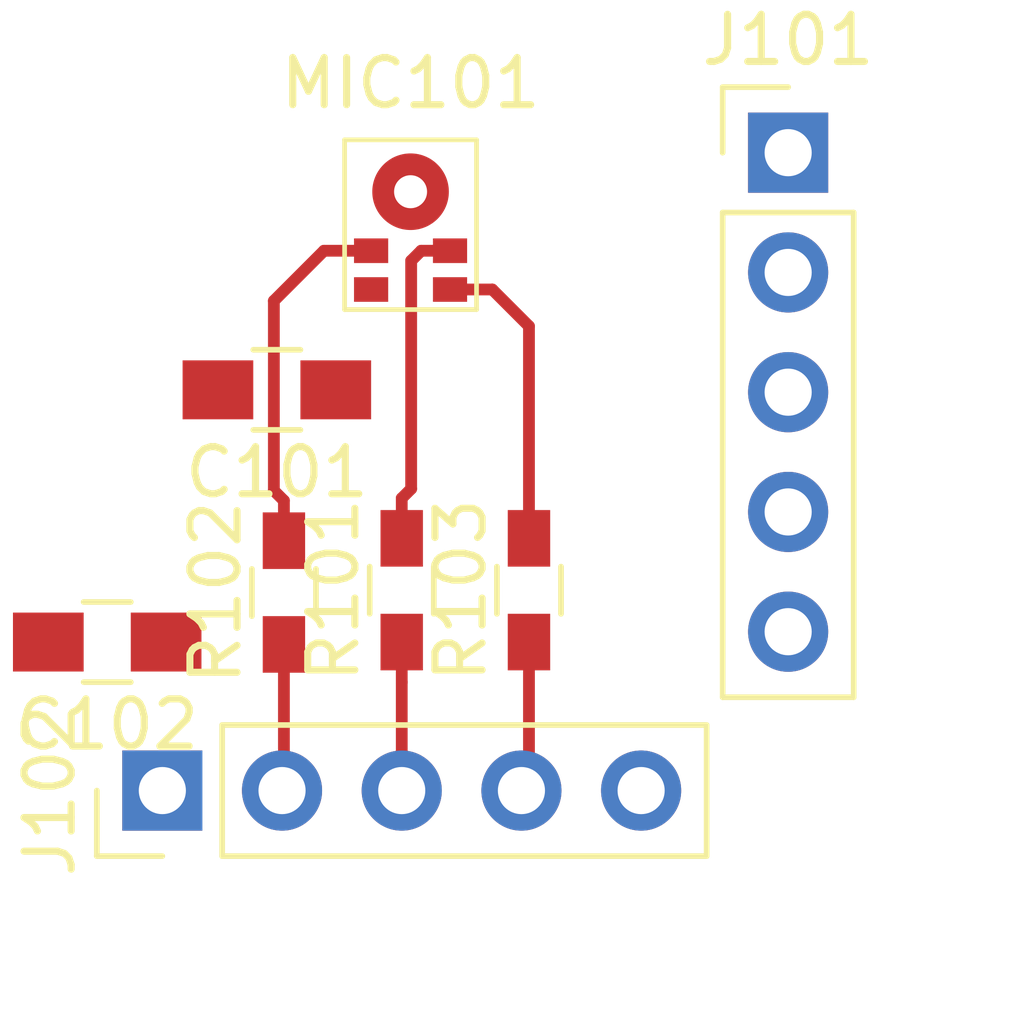
<source format=kicad_pcb>
(kicad_pcb (version 4) (host pcbnew 4.0.6)

  (general
    (links 17)
    (no_connects 17)
    (area 0 0 0 0)
    (thickness 1.6)
    (drawings 0)
    (tracks 19)
    (zones 0)
    (modules 8)
    (nets 9)
  )

  (page A4)
  (layers
    (0 F.Cu signal)
    (31 B.Cu signal)
    (32 B.Adhes user)
    (33 F.Adhes user)
    (34 B.Paste user)
    (35 F.Paste user)
    (36 B.SilkS user)
    (37 F.SilkS user)
    (38 B.Mask user)
    (39 F.Mask user)
    (40 Dwgs.User user)
    (41 Cmts.User user)
    (42 Eco1.User user)
    (43 Eco2.User user)
    (44 Edge.Cuts user)
    (45 Margin user)
    (46 B.CrtYd user)
    (47 F.CrtYd user)
    (48 B.Fab user)
    (49 F.Fab user)
  )

  (setup
    (last_trace_width 0.25)
    (trace_clearance 0.2)
    (zone_clearance 0.508)
    (zone_45_only no)
    (trace_min 0.2)
    (segment_width 0.2)
    (edge_width 0.15)
    (via_size 0.6)
    (via_drill 0.4)
    (via_min_size 0.4)
    (via_min_drill 0.3)
    (uvia_size 0.3)
    (uvia_drill 0.1)
    (uvias_allowed no)
    (uvia_min_size 0.2)
    (uvia_min_drill 0.1)
    (pcb_text_width 0.3)
    (pcb_text_size 1.5 1.5)
    (mod_edge_width 0.15)
    (mod_text_size 1 1)
    (mod_text_width 0.15)
    (pad_size 1.524 1.524)
    (pad_drill 0.762)
    (pad_to_mask_clearance 0.2)
    (aux_axis_origin 0 0)
    (visible_elements FFFFFF7F)
    (pcbplotparams
      (layerselection 0x00030_80000001)
      (usegerberextensions false)
      (excludeedgelayer true)
      (linewidth 0.100000)
      (plotframeref false)
      (viasonmask false)
      (mode 1)
      (useauxorigin false)
      (hpglpennumber 1)
      (hpglpenspeed 20)
      (hpglpendiameter 15)
      (hpglpenoverlay 2)
      (psnegative false)
      (psa4output false)
      (plotreference true)
      (plotvalue true)
      (plotinvisibletext false)
      (padsonsilk false)
      (subtractmaskfromsilk false)
      (outputformat 1)
      (mirror false)
      (drillshape 1)
      (scaleselection 1)
      (outputdirectory ""))
  )

  (net 0 "")
  (net 1 VCC)
  (net 2 GND)
  (net 3 "Net-(J102-Pad2)")
  (net 4 "Net-(J102-Pad3)")
  (net 5 "Net-(J102-Pad4)")
  (net 6 "Net-(MIC101-Pad1)")
  (net 7 "Net-(MIC101-Pad2)")
  (net 8 "Net-(MIC101-Pad4)")

  (net_class Default "Ceci est la Netclass par défaut"
    (clearance 0.2)
    (trace_width 0.25)
    (via_dia 0.6)
    (via_drill 0.4)
    (uvia_dia 0.3)
    (uvia_drill 0.1)
    (add_net GND)
    (add_net "Net-(J102-Pad2)")
    (add_net "Net-(J102-Pad3)")
    (add_net "Net-(J102-Pad4)")
    (add_net "Net-(MIC101-Pad1)")
    (add_net "Net-(MIC101-Pad2)")
    (add_net "Net-(MIC101-Pad4)")
    (add_net VCC)
  )

  (module Capacitors_SMD:C_0805_HandSoldering (layer F.Cu) (tedit 58AA84A8) (tstamp 5976EA09)
    (at 147.85 109.55 180)
    (descr "Capacitor SMD 0805, hand soldering")
    (tags "capacitor 0805")
    (path /596E73D6)
    (attr smd)
    (fp_text reference C101 (at 0 -1.75 180) (layer F.SilkS)
      (effects (font (size 1 1) (thickness 0.15)))
    )
    (fp_text value 1u (at 0 1.75 180) (layer F.Fab)
      (effects (font (size 1 1) (thickness 0.15)))
    )
    (fp_text user %R (at 0 -1.75 180) (layer F.Fab)
      (effects (font (size 1 1) (thickness 0.15)))
    )
    (fp_line (start -1 0.62) (end -1 -0.62) (layer F.Fab) (width 0.1))
    (fp_line (start 1 0.62) (end -1 0.62) (layer F.Fab) (width 0.1))
    (fp_line (start 1 -0.62) (end 1 0.62) (layer F.Fab) (width 0.1))
    (fp_line (start -1 -0.62) (end 1 -0.62) (layer F.Fab) (width 0.1))
    (fp_line (start 0.5 -0.85) (end -0.5 -0.85) (layer F.SilkS) (width 0.12))
    (fp_line (start -0.5 0.85) (end 0.5 0.85) (layer F.SilkS) (width 0.12))
    (fp_line (start -2.25 -0.88) (end 2.25 -0.88) (layer F.CrtYd) (width 0.05))
    (fp_line (start -2.25 -0.88) (end -2.25 0.87) (layer F.CrtYd) (width 0.05))
    (fp_line (start 2.25 0.87) (end 2.25 -0.88) (layer F.CrtYd) (width 0.05))
    (fp_line (start 2.25 0.87) (end -2.25 0.87) (layer F.CrtYd) (width 0.05))
    (pad 1 smd rect (at -1.25 0 180) (size 1.5 1.25) (layers F.Cu F.Paste F.Mask)
      (net 1 VCC))
    (pad 2 smd rect (at 1.25 0 180) (size 1.5 1.25) (layers F.Cu F.Paste F.Mask)
      (net 2 GND))
    (model Capacitors_SMD.3dshapes/C_0805.wrl
      (at (xyz 0 0 0))
      (scale (xyz 1 1 1))
      (rotate (xyz 0 0 0))
    )
  )

  (module Capacitors_SMD:C_0805_HandSoldering (layer F.Cu) (tedit 58AA84A8) (tstamp 5976EA1A)
    (at 144.25 114.9 180)
    (descr "Capacitor SMD 0805, hand soldering")
    (tags "capacitor 0805")
    (path /596E721D)
    (attr smd)
    (fp_text reference C102 (at 0 -1.75 180) (layer F.SilkS)
      (effects (font (size 1 1) (thickness 0.15)))
    )
    (fp_text value 100n (at 0 1.75 180) (layer F.Fab)
      (effects (font (size 1 1) (thickness 0.15)))
    )
    (fp_text user %R (at 0 -1.75 180) (layer F.Fab)
      (effects (font (size 1 1) (thickness 0.15)))
    )
    (fp_line (start -1 0.62) (end -1 -0.62) (layer F.Fab) (width 0.1))
    (fp_line (start 1 0.62) (end -1 0.62) (layer F.Fab) (width 0.1))
    (fp_line (start 1 -0.62) (end 1 0.62) (layer F.Fab) (width 0.1))
    (fp_line (start -1 -0.62) (end 1 -0.62) (layer F.Fab) (width 0.1))
    (fp_line (start 0.5 -0.85) (end -0.5 -0.85) (layer F.SilkS) (width 0.12))
    (fp_line (start -0.5 0.85) (end 0.5 0.85) (layer F.SilkS) (width 0.12))
    (fp_line (start -2.25 -0.88) (end 2.25 -0.88) (layer F.CrtYd) (width 0.05))
    (fp_line (start -2.25 -0.88) (end -2.25 0.87) (layer F.CrtYd) (width 0.05))
    (fp_line (start 2.25 0.87) (end 2.25 -0.88) (layer F.CrtYd) (width 0.05))
    (fp_line (start 2.25 0.87) (end -2.25 0.87) (layer F.CrtYd) (width 0.05))
    (pad 1 smd rect (at -1.25 0 180) (size 1.5 1.25) (layers F.Cu F.Paste F.Mask)
      (net 1 VCC))
    (pad 2 smd rect (at 1.25 0 180) (size 1.5 1.25) (layers F.Cu F.Paste F.Mask)
      (net 2 GND))
    (model Capacitors_SMD.3dshapes/C_0805.wrl
      (at (xyz 0 0 0))
      (scale (xyz 1 1 1))
      (rotate (xyz 0 0 0))
    )
  )

  (module Pin_Headers:Pin_Header_Straight_1x05_Pitch2.54mm (layer F.Cu) (tedit 5862ED52) (tstamp 5976EA31)
    (at 158.7 104.52)
    (descr "Through hole straight pin header, 1x05, 2.54mm pitch, single row")
    (tags "Through hole pin header THT 1x05 2.54mm single row")
    (path /596E789D)
    (fp_text reference J101 (at 0 -2.39) (layer F.SilkS)
      (effects (font (size 1 1) (thickness 0.15)))
    )
    (fp_text value CONN_01X05 (at 0 12.55) (layer F.Fab)
      (effects (font (size 1 1) (thickness 0.15)))
    )
    (fp_line (start -1.27 -1.27) (end -1.27 11.43) (layer F.Fab) (width 0.1))
    (fp_line (start -1.27 11.43) (end 1.27 11.43) (layer F.Fab) (width 0.1))
    (fp_line (start 1.27 11.43) (end 1.27 -1.27) (layer F.Fab) (width 0.1))
    (fp_line (start 1.27 -1.27) (end -1.27 -1.27) (layer F.Fab) (width 0.1))
    (fp_line (start -1.39 1.27) (end -1.39 11.55) (layer F.SilkS) (width 0.12))
    (fp_line (start -1.39 11.55) (end 1.39 11.55) (layer F.SilkS) (width 0.12))
    (fp_line (start 1.39 11.55) (end 1.39 1.27) (layer F.SilkS) (width 0.12))
    (fp_line (start 1.39 1.27) (end -1.39 1.27) (layer F.SilkS) (width 0.12))
    (fp_line (start -1.39 0) (end -1.39 -1.39) (layer F.SilkS) (width 0.12))
    (fp_line (start -1.39 -1.39) (end 0 -1.39) (layer F.SilkS) (width 0.12))
    (fp_line (start -1.6 -1.6) (end -1.6 11.7) (layer F.CrtYd) (width 0.05))
    (fp_line (start -1.6 11.7) (end 1.6 11.7) (layer F.CrtYd) (width 0.05))
    (fp_line (start 1.6 11.7) (end 1.6 -1.6) (layer F.CrtYd) (width 0.05))
    (fp_line (start 1.6 -1.6) (end -1.6 -1.6) (layer F.CrtYd) (width 0.05))
    (pad 1 thru_hole rect (at 0 0) (size 1.7 1.7) (drill 1) (layers *.Cu *.Mask)
      (net 2 GND))
    (pad 2 thru_hole oval (at 0 2.54) (size 1.7 1.7) (drill 1) (layers *.Cu *.Mask)
      (net 2 GND))
    (pad 3 thru_hole oval (at 0 5.08) (size 1.7 1.7) (drill 1) (layers *.Cu *.Mask)
      (net 2 GND))
    (pad 4 thru_hole oval (at 0 7.62) (size 1.7 1.7) (drill 1) (layers *.Cu *.Mask)
      (net 2 GND))
    (pad 5 thru_hole oval (at 0 10.16) (size 1.7 1.7) (drill 1) (layers *.Cu *.Mask)
      (net 2 GND))
    (model Pin_Headers.3dshapes/Pin_Header_Straight_1x05_Pitch2.54mm.wrl
      (at (xyz 0 -0.2 0))
      (scale (xyz 1 1 1))
      (rotate (xyz 0 0 90))
    )
  )

  (module Pin_Headers:Pin_Header_Straight_1x05_Pitch2.54mm (layer F.Cu) (tedit 5862ED52) (tstamp 5976EA48)
    (at 145.42 118.05 90)
    (descr "Through hole straight pin header, 1x05, 2.54mm pitch, single row")
    (tags "Through hole pin header THT 1x05 2.54mm single row")
    (path /596E757C)
    (fp_text reference J102 (at 0 -2.39 90) (layer F.SilkS)
      (effects (font (size 1 1) (thickness 0.15)))
    )
    (fp_text value CONN_01X05 (at 0 12.55 90) (layer F.Fab)
      (effects (font (size 1 1) (thickness 0.15)))
    )
    (fp_line (start -1.27 -1.27) (end -1.27 11.43) (layer F.Fab) (width 0.1))
    (fp_line (start -1.27 11.43) (end 1.27 11.43) (layer F.Fab) (width 0.1))
    (fp_line (start 1.27 11.43) (end 1.27 -1.27) (layer F.Fab) (width 0.1))
    (fp_line (start 1.27 -1.27) (end -1.27 -1.27) (layer F.Fab) (width 0.1))
    (fp_line (start -1.39 1.27) (end -1.39 11.55) (layer F.SilkS) (width 0.12))
    (fp_line (start -1.39 11.55) (end 1.39 11.55) (layer F.SilkS) (width 0.12))
    (fp_line (start 1.39 11.55) (end 1.39 1.27) (layer F.SilkS) (width 0.12))
    (fp_line (start 1.39 1.27) (end -1.39 1.27) (layer F.SilkS) (width 0.12))
    (fp_line (start -1.39 0) (end -1.39 -1.39) (layer F.SilkS) (width 0.12))
    (fp_line (start -1.39 -1.39) (end 0 -1.39) (layer F.SilkS) (width 0.12))
    (fp_line (start -1.6 -1.6) (end -1.6 11.7) (layer F.CrtYd) (width 0.05))
    (fp_line (start -1.6 11.7) (end 1.6 11.7) (layer F.CrtYd) (width 0.05))
    (fp_line (start 1.6 11.7) (end 1.6 -1.6) (layer F.CrtYd) (width 0.05))
    (fp_line (start 1.6 -1.6) (end -1.6 -1.6) (layer F.CrtYd) (width 0.05))
    (pad 1 thru_hole rect (at 0 0 90) (size 1.7 1.7) (drill 1) (layers *.Cu *.Mask)
      (net 1 VCC))
    (pad 2 thru_hole oval (at 0 2.54 90) (size 1.7 1.7) (drill 1) (layers *.Cu *.Mask)
      (net 3 "Net-(J102-Pad2)"))
    (pad 3 thru_hole oval (at 0 5.08 90) (size 1.7 1.7) (drill 1) (layers *.Cu *.Mask)
      (net 4 "Net-(J102-Pad3)"))
    (pad 4 thru_hole oval (at 0 7.62 90) (size 1.7 1.7) (drill 1) (layers *.Cu *.Mask)
      (net 5 "Net-(J102-Pad4)"))
    (pad 5 thru_hole oval (at 0 10.16 90) (size 1.7 1.7) (drill 1) (layers *.Cu *.Mask)
      (net 2 GND))
    (model Pin_Headers.3dshapes/Pin_Header_Straight_1x05_Pitch2.54mm.wrl
      (at (xyz 0 -0.2 0))
      (scale (xyz 1 1 1))
      (rotate (xyz 0 0 90))
    )
  )

  (module knowles:SPH0641LU4H-1 (layer F.Cu) (tedit 596E6F14) (tstamp 5976EA57)
    (at 150.6875 105.348 180)
    (path /596E710E)
    (fp_text reference MIC101 (at 0 2.3 180) (layer F.SilkS)
      (effects (font (size 1 1) (thickness 0.15)))
    )
    (fp_text value SPH0641LU4H-1 (at 0 -4 180) (layer F.Fab)
      (effects (font (size 1 1) (thickness 0.15)))
    )
    (fp_line (start 1.4 -2.5) (end -1.4 -2.5) (layer F.SilkS) (width 0.1))
    (fp_line (start 1.4 1.1) (end 1.4 -2.5) (layer F.SilkS) (width 0.1))
    (fp_line (start -1.4 1.1) (end 1.4 1.1) (layer F.SilkS) (width 0.1))
    (fp_line (start -1.4 -2.5) (end -1.4 1.1) (layer F.SilkS) (width 0.1))
    (fp_circle (center 0 0) (end 0.6625 0) (layer F.Mask) (width 0.2))
    (pad 3 smd circle (at 0 0 180) (size 1.625 1.625) (layers F.Cu)
      (net 2 GND))
    (pad "" np_thru_hole circle (at 0 0 180) (size 0.7 0.7) (drill 0.7) (layers *.Cu *.Mask))
    (pad 1 smd rect (at -0.8375 -2.074 180) (size 0.725 0.522) (layers F.Cu F.Paste F.Mask)
      (net 6 "Net-(MIC101-Pad1)"))
    (pad 2 smd rect (at -0.8375 -1.252 180) (size 0.725 0.522) (layers F.Cu F.Paste F.Mask)
      (net 7 "Net-(MIC101-Pad2)"))
    (pad 4 smd rect (at 0.8375 -1.252 180) (size 0.725 0.522) (layers F.Cu F.Paste F.Mask)
      (net 8 "Net-(MIC101-Pad4)"))
    (pad 5 smd rect (at 0.8375 -2.074 180) (size 0.725 0.522) (layers F.Cu F.Paste F.Mask)
      (net 1 VCC))
  )

  (module Resistors_SMD:R_0603_HandSoldering (layer F.Cu) (tedit 58AAD9E8) (tstamp 5976EA68)
    (at 150.5 113.8 90)
    (descr "Resistor SMD 0603, hand soldering")
    (tags "resistor 0603")
    (path /596E75C2)
    (attr smd)
    (fp_text reference R101 (at 0 -1.45 90) (layer F.SilkS)
      (effects (font (size 1 1) (thickness 0.15)))
    )
    (fp_text value R (at 0 1.55 90) (layer F.Fab)
      (effects (font (size 1 1) (thickness 0.15)))
    )
    (fp_text user %R (at 0 -1.45 90) (layer F.Fab)
      (effects (font (size 1 1) (thickness 0.15)))
    )
    (fp_line (start -0.8 0.4) (end -0.8 -0.4) (layer F.Fab) (width 0.1))
    (fp_line (start 0.8 0.4) (end -0.8 0.4) (layer F.Fab) (width 0.1))
    (fp_line (start 0.8 -0.4) (end 0.8 0.4) (layer F.Fab) (width 0.1))
    (fp_line (start -0.8 -0.4) (end 0.8 -0.4) (layer F.Fab) (width 0.1))
    (fp_line (start 0.5 0.68) (end -0.5 0.68) (layer F.SilkS) (width 0.12))
    (fp_line (start -0.5 -0.68) (end 0.5 -0.68) (layer F.SilkS) (width 0.12))
    (fp_line (start -1.96 -0.7) (end 1.95 -0.7) (layer F.CrtYd) (width 0.05))
    (fp_line (start -1.96 -0.7) (end -1.96 0.7) (layer F.CrtYd) (width 0.05))
    (fp_line (start 1.95 0.7) (end 1.95 -0.7) (layer F.CrtYd) (width 0.05))
    (fp_line (start 1.95 0.7) (end -1.96 0.7) (layer F.CrtYd) (width 0.05))
    (pad 1 smd rect (at -1.1 0 90) (size 1.2 0.9) (layers F.Cu F.Paste F.Mask)
      (net 4 "Net-(J102-Pad3)"))
    (pad 2 smd rect (at 1.1 0 90) (size 1.2 0.9) (layers F.Cu F.Paste F.Mask)
      (net 7 "Net-(MIC101-Pad2)"))
    (model Resistors_SMD.3dshapes/R_0603.wrl
      (at (xyz 0 0 0))
      (scale (xyz 1 1 1))
      (rotate (xyz 0 0 0))
    )
  )

  (module Resistors_SMD:R_0603_HandSoldering (layer F.Cu) (tedit 58AAD9E8) (tstamp 5976EA79)
    (at 148 113.85 90)
    (descr "Resistor SMD 0603, hand soldering")
    (tags "resistor 0603")
    (path /596E7D4B)
    (attr smd)
    (fp_text reference R102 (at 0 -1.45 90) (layer F.SilkS)
      (effects (font (size 1 1) (thickness 0.15)))
    )
    (fp_text value R (at 0 1.55 90) (layer F.Fab)
      (effects (font (size 1 1) (thickness 0.15)))
    )
    (fp_text user %R (at 0 -1.45 90) (layer F.Fab)
      (effects (font (size 1 1) (thickness 0.15)))
    )
    (fp_line (start -0.8 0.4) (end -0.8 -0.4) (layer F.Fab) (width 0.1))
    (fp_line (start 0.8 0.4) (end -0.8 0.4) (layer F.Fab) (width 0.1))
    (fp_line (start 0.8 -0.4) (end 0.8 0.4) (layer F.Fab) (width 0.1))
    (fp_line (start -0.8 -0.4) (end 0.8 -0.4) (layer F.Fab) (width 0.1))
    (fp_line (start 0.5 0.68) (end -0.5 0.68) (layer F.SilkS) (width 0.12))
    (fp_line (start -0.5 -0.68) (end 0.5 -0.68) (layer F.SilkS) (width 0.12))
    (fp_line (start -1.96 -0.7) (end 1.95 -0.7) (layer F.CrtYd) (width 0.05))
    (fp_line (start -1.96 -0.7) (end -1.96 0.7) (layer F.CrtYd) (width 0.05))
    (fp_line (start 1.95 0.7) (end 1.95 -0.7) (layer F.CrtYd) (width 0.05))
    (fp_line (start 1.95 0.7) (end -1.96 0.7) (layer F.CrtYd) (width 0.05))
    (pad 1 smd rect (at -1.1 0 90) (size 1.2 0.9) (layers F.Cu F.Paste F.Mask)
      (net 3 "Net-(J102-Pad2)"))
    (pad 2 smd rect (at 1.1 0 90) (size 1.2 0.9) (layers F.Cu F.Paste F.Mask)
      (net 8 "Net-(MIC101-Pad4)"))
    (model Resistors_SMD.3dshapes/R_0603.wrl
      (at (xyz 0 0 0))
      (scale (xyz 1 1 1))
      (rotate (xyz 0 0 0))
    )
  )

  (module Resistors_SMD:R_0603_HandSoldering (layer F.Cu) (tedit 58AAD9E8) (tstamp 5976EA8A)
    (at 153.2 113.8 90)
    (descr "Resistor SMD 0603, hand soldering")
    (tags "resistor 0603")
    (path /596E7D76)
    (attr smd)
    (fp_text reference R103 (at 0 -1.45 90) (layer F.SilkS)
      (effects (font (size 1 1) (thickness 0.15)))
    )
    (fp_text value R (at 0 1.55 90) (layer F.Fab)
      (effects (font (size 1 1) (thickness 0.15)))
    )
    (fp_text user %R (at 0 -1.45 90) (layer F.Fab)
      (effects (font (size 1 1) (thickness 0.15)))
    )
    (fp_line (start -0.8 0.4) (end -0.8 -0.4) (layer F.Fab) (width 0.1))
    (fp_line (start 0.8 0.4) (end -0.8 0.4) (layer F.Fab) (width 0.1))
    (fp_line (start 0.8 -0.4) (end 0.8 0.4) (layer F.Fab) (width 0.1))
    (fp_line (start -0.8 -0.4) (end 0.8 -0.4) (layer F.Fab) (width 0.1))
    (fp_line (start 0.5 0.68) (end -0.5 0.68) (layer F.SilkS) (width 0.12))
    (fp_line (start -0.5 -0.68) (end 0.5 -0.68) (layer F.SilkS) (width 0.12))
    (fp_line (start -1.96 -0.7) (end 1.95 -0.7) (layer F.CrtYd) (width 0.05))
    (fp_line (start -1.96 -0.7) (end -1.96 0.7) (layer F.CrtYd) (width 0.05))
    (fp_line (start 1.95 0.7) (end 1.95 -0.7) (layer F.CrtYd) (width 0.05))
    (fp_line (start 1.95 0.7) (end -1.96 0.7) (layer F.CrtYd) (width 0.05))
    (pad 1 smd rect (at -1.1 0 90) (size 1.2 0.9) (layers F.Cu F.Paste F.Mask)
      (net 5 "Net-(J102-Pad4)"))
    (pad 2 smd rect (at 1.1 0 90) (size 1.2 0.9) (layers F.Cu F.Paste F.Mask)
      (net 6 "Net-(MIC101-Pad1)"))
    (model Resistors_SMD.3dshapes/R_0603.wrl
      (at (xyz 0 0 0))
      (scale (xyz 1 1 1))
      (rotate (xyz 0 0 0))
    )
  )

  (segment (start 148 114.95) (end 148 118.01) (width 0.25) (layer F.Cu) (net 3))
  (segment (start 148 118.01) (end 147.96 118.05) (width 0.25) (layer F.Cu) (net 3))
  (segment (start 150.5 114.9) (end 150.5 115.75) (width 0.25) (layer F.Cu) (net 4))
  (segment (start 150.5 115.75) (end 150.5 118.05) (width 0.25) (layer F.Cu) (net 4))
  (segment (start 153.2 114.9) (end 153.2 117.89) (width 0.25) (layer F.Cu) (net 5))
  (segment (start 153.2 117.89) (end 153.04 118.05) (width 0.25) (layer F.Cu) (net 5))
  (segment (start 153.2 108.2) (end 152.422 107.422) (width 0.25) (layer F.Cu) (net 6))
  (segment (start 152.422 107.422) (end 151.525 107.422) (width 0.25) (layer F.Cu) (net 6))
  (segment (start 153.2 112.7) (end 153.2 108.2) (width 0.25) (layer F.Cu) (net 6))
  (segment (start 150.5 112.7) (end 150.5 111.85) (width 0.25) (layer F.Cu) (net 7))
  (segment (start 150.5 111.85) (end 150.7 111.65) (width 0.25) (layer F.Cu) (net 7))
  (segment (start 150.7 111.65) (end 150.7 106.8125) (width 0.25) (layer F.Cu) (net 7))
  (segment (start 150.7 106.8125) (end 150.9125 106.6) (width 0.25) (layer F.Cu) (net 7))
  (segment (start 150.9125 106.6) (end 151.525 106.6) (width 0.25) (layer F.Cu) (net 7))
  (segment (start 148 112.75) (end 148 111.9) (width 0.25) (layer F.Cu) (net 8))
  (segment (start 148 111.9) (end 147.786713 111.686713) (width 0.25) (layer F.Cu) (net 8))
  (segment (start 147.786713 111.686713) (end 147.786713 107.663287) (width 0.25) (layer F.Cu) (net 8))
  (segment (start 147.786713 107.663287) (end 148.85 106.6) (width 0.25) (layer F.Cu) (net 8))
  (segment (start 148.85 106.6) (end 149.85 106.6) (width 0.25) (layer F.Cu) (net 8))

)

</source>
